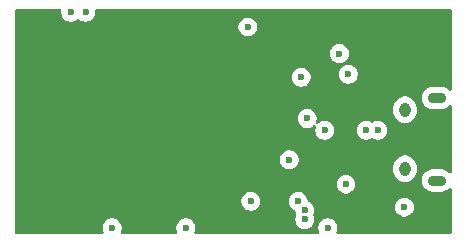
<source format=gbr>
%TF.GenerationSoftware,KiCad,Pcbnew,9.0.1*%
%TF.CreationDate,2025-05-26T16:43:25+02:00*%
%TF.ProjectId,Janus HW,4a616e75-7320-4485-972e-6b696361645f,rev?*%
%TF.SameCoordinates,Original*%
%TF.FileFunction,Copper,L2,Inr*%
%TF.FilePolarity,Positive*%
%FSLAX46Y46*%
G04 Gerber Fmt 4.6, Leading zero omitted, Abs format (unit mm)*
G04 Created by KiCad (PCBNEW 9.0.1) date 2025-05-26 16:43:25*
%MOMM*%
%LPD*%
G01*
G04 APERTURE LIST*
%TA.AperFunction,HeatsinkPad*%
%ADD10O,1.550000X0.890000*%
%TD*%
%TA.AperFunction,HeatsinkPad*%
%ADD11O,0.950000X1.250000*%
%TD*%
%TA.AperFunction,ViaPad*%
%ADD12C,0.600000*%
%TD*%
G04 APERTURE END LIST*
D10*
%TO.N,GND*%
%TO.C,J1*%
X202500000Y-64000000D03*
D11*
X199800000Y-65000000D03*
X199800000Y-70000000D03*
D10*
X202500000Y-71000000D03*
%TD*%
D12*
%TO.N,+3.3V*%
X196250000Y-62750000D03*
%TO.N,GND*%
X195000000Y-62000000D03*
X194250000Y-60250000D03*
X191000000Y-62250000D03*
%TO.N,Net-(J1-D-)*%
X197500000Y-66750000D03*
%TO.N,Net-(J1-D+)*%
X196500000Y-66750000D03*
%TO.N,GND*%
X191508630Y-65743806D03*
%TO.N,+5V*%
X193000000Y-66750000D03*
%TO.N,GND*%
X199750000Y-73250000D03*
%TO.N,SPI_NSS*%
X193250000Y-75000000D03*
%TO.N,SPI_SCK*%
X190750000Y-72750000D03*
%TO.N,SPI_DIO0*%
X190000000Y-69250000D03*
%TO.N,+3.3V*%
X179250000Y-56750000D03*
%TO.N,GND*%
X194805000Y-71305000D03*
X194805000Y-71305000D03*
X181250000Y-75000000D03*
X175000000Y-75000000D03*
X186750000Y-72750000D03*
X186500000Y-58000000D03*
X172750000Y-56750000D03*
X171500000Y-56750000D03*
%TO.N,+3.3V*%
X177750000Y-75000000D03*
X176750000Y-75000000D03*
%TO.N,SPI_MISO*%
X191305000Y-73500000D03*
%TO.N,SPI_MOSI*%
X191305000Y-74300003D03*
%TO.N,+3.3V*%
X198555000Y-72000000D03*
X195055000Y-75000000D03*
X198250000Y-68100000D03*
%TD*%
%TA.AperFunction,Conductor*%
%TO.N,+3.3V*%
G36*
X170649390Y-56520185D02*
G01*
X170695145Y-56572989D01*
X170705089Y-56642147D01*
X170703969Y-56648690D01*
X170699500Y-56671158D01*
X170699500Y-56828846D01*
X170730261Y-56983489D01*
X170730264Y-56983501D01*
X170790602Y-57129172D01*
X170790609Y-57129185D01*
X170878210Y-57260288D01*
X170878213Y-57260292D01*
X170989707Y-57371786D01*
X170989711Y-57371789D01*
X171120814Y-57459390D01*
X171120827Y-57459397D01*
X171194013Y-57489711D01*
X171266503Y-57519737D01*
X171421153Y-57550499D01*
X171421156Y-57550500D01*
X171421158Y-57550500D01*
X171578844Y-57550500D01*
X171578845Y-57550499D01*
X171733497Y-57519737D01*
X171879179Y-57459394D01*
X172010289Y-57371789D01*
X172010292Y-57371786D01*
X172037319Y-57344760D01*
X172098642Y-57311275D01*
X172168334Y-57316259D01*
X172212681Y-57344760D01*
X172239707Y-57371786D01*
X172239711Y-57371789D01*
X172370814Y-57459390D01*
X172370827Y-57459397D01*
X172444013Y-57489711D01*
X172516503Y-57519737D01*
X172671153Y-57550499D01*
X172671156Y-57550500D01*
X172671158Y-57550500D01*
X172828844Y-57550500D01*
X172828845Y-57550499D01*
X172983497Y-57519737D01*
X173129179Y-57459394D01*
X173260289Y-57371789D01*
X173371789Y-57260289D01*
X173459394Y-57129179D01*
X173519737Y-56983497D01*
X173550500Y-56828842D01*
X173550500Y-56671158D01*
X173546031Y-56648690D01*
X173552260Y-56579099D01*
X173595123Y-56523922D01*
X173661013Y-56500678D01*
X173667649Y-56500500D01*
X203625500Y-56500500D01*
X203692539Y-56520185D01*
X203738294Y-56572989D01*
X203749500Y-56624500D01*
X203749500Y-63282998D01*
X203729815Y-63350037D01*
X203677011Y-63395792D01*
X203607853Y-63405736D01*
X203544297Y-63376711D01*
X203537819Y-63370679D01*
X203432724Y-63265584D01*
X203432716Y-63265578D01*
X203277864Y-63162109D01*
X203105792Y-63090835D01*
X203105784Y-63090833D01*
X202923127Y-63054500D01*
X202923124Y-63054500D01*
X202076876Y-63054500D01*
X202076873Y-63054500D01*
X201894215Y-63090833D01*
X201894207Y-63090835D01*
X201722136Y-63162109D01*
X201722135Y-63162109D01*
X201567283Y-63265578D01*
X201567275Y-63265584D01*
X201435584Y-63397275D01*
X201435578Y-63397283D01*
X201332109Y-63552135D01*
X201332109Y-63552136D01*
X201260835Y-63724207D01*
X201260833Y-63724215D01*
X201224500Y-63906871D01*
X201224500Y-64093128D01*
X201260833Y-64275784D01*
X201260835Y-64275792D01*
X201332109Y-64447863D01*
X201332109Y-64447864D01*
X201435578Y-64602716D01*
X201435584Y-64602724D01*
X201567275Y-64734415D01*
X201567283Y-64734421D01*
X201722135Y-64837890D01*
X201772534Y-64858766D01*
X201894208Y-64909165D01*
X202065846Y-64943306D01*
X202076871Y-64945499D01*
X202076874Y-64945500D01*
X202076876Y-64945500D01*
X202923126Y-64945500D01*
X202923127Y-64945499D01*
X203105792Y-64909165D01*
X203277862Y-64837891D01*
X203277863Y-64837890D01*
X203277864Y-64837890D01*
X203403531Y-64753922D01*
X203432721Y-64734418D01*
X203458983Y-64708156D01*
X203537819Y-64629321D01*
X203599142Y-64595836D01*
X203668834Y-64600820D01*
X203724767Y-64642692D01*
X203749184Y-64708156D01*
X203749500Y-64717002D01*
X203749500Y-70282998D01*
X203729815Y-70350037D01*
X203677011Y-70395792D01*
X203607853Y-70405736D01*
X203544297Y-70376711D01*
X203537819Y-70370679D01*
X203432724Y-70265584D01*
X203432716Y-70265578D01*
X203277864Y-70162109D01*
X203105792Y-70090835D01*
X203105784Y-70090833D01*
X202923127Y-70054500D01*
X202923124Y-70054500D01*
X202076876Y-70054500D01*
X202076873Y-70054500D01*
X201894215Y-70090833D01*
X201894207Y-70090835D01*
X201722136Y-70162109D01*
X201722135Y-70162109D01*
X201567283Y-70265578D01*
X201567275Y-70265584D01*
X201435584Y-70397275D01*
X201435578Y-70397283D01*
X201332109Y-70552135D01*
X201332109Y-70552136D01*
X201260835Y-70724207D01*
X201260833Y-70724215D01*
X201224500Y-70906871D01*
X201224500Y-71093128D01*
X201260833Y-71275784D01*
X201260835Y-71275792D01*
X201332109Y-71447863D01*
X201332109Y-71447864D01*
X201435578Y-71602716D01*
X201435584Y-71602724D01*
X201567275Y-71734415D01*
X201567283Y-71734421D01*
X201722135Y-71837890D01*
X201772534Y-71858766D01*
X201894208Y-71909165D01*
X202076871Y-71945499D01*
X202076874Y-71945500D01*
X202076876Y-71945500D01*
X202923126Y-71945500D01*
X202923127Y-71945499D01*
X203105792Y-71909165D01*
X203277862Y-71837891D01*
X203277863Y-71837890D01*
X203277864Y-71837890D01*
X203354772Y-71786501D01*
X203432721Y-71734418D01*
X203482967Y-71684172D01*
X203537819Y-71629321D01*
X203599142Y-71595836D01*
X203668834Y-71600820D01*
X203724767Y-71642692D01*
X203749184Y-71708156D01*
X203749500Y-71717002D01*
X203749500Y-75375500D01*
X203729815Y-75442539D01*
X203677011Y-75488294D01*
X203625500Y-75499500D01*
X194095134Y-75499500D01*
X194028095Y-75479815D01*
X193982340Y-75427011D01*
X193972396Y-75357853D01*
X193980573Y-75328047D01*
X194019737Y-75233497D01*
X194050500Y-75078842D01*
X194050500Y-74921158D01*
X194050500Y-74921155D01*
X194050499Y-74921153D01*
X194019738Y-74766510D01*
X194019737Y-74766503D01*
X194019735Y-74766498D01*
X193959397Y-74620827D01*
X193959390Y-74620814D01*
X193871789Y-74489711D01*
X193871786Y-74489707D01*
X193760292Y-74378213D01*
X193760288Y-74378210D01*
X193629185Y-74290609D01*
X193629172Y-74290602D01*
X193483501Y-74230264D01*
X193483489Y-74230261D01*
X193328845Y-74199500D01*
X193328842Y-74199500D01*
X193171158Y-74199500D01*
X193171155Y-74199500D01*
X193016510Y-74230261D01*
X193016498Y-74230264D01*
X192870827Y-74290602D01*
X192870814Y-74290609D01*
X192739711Y-74378210D01*
X192739707Y-74378213D01*
X192628213Y-74489707D01*
X192628210Y-74489711D01*
X192540609Y-74620814D01*
X192540602Y-74620827D01*
X192480264Y-74766498D01*
X192480261Y-74766510D01*
X192449500Y-74921153D01*
X192449500Y-75078846D01*
X192480261Y-75233489D01*
X192480263Y-75233497D01*
X192519427Y-75328047D01*
X192526896Y-75397517D01*
X192495621Y-75459996D01*
X192435532Y-75495648D01*
X192404866Y-75499500D01*
X182095134Y-75499500D01*
X182028095Y-75479815D01*
X181982340Y-75427011D01*
X181972396Y-75357853D01*
X181980573Y-75328047D01*
X182019737Y-75233497D01*
X182050500Y-75078842D01*
X182050500Y-74921158D01*
X182050500Y-74921155D01*
X182050499Y-74921153D01*
X182019738Y-74766510D01*
X182019737Y-74766503D01*
X182019735Y-74766498D01*
X181959397Y-74620827D01*
X181959390Y-74620814D01*
X181871789Y-74489711D01*
X181871786Y-74489707D01*
X181760292Y-74378213D01*
X181760288Y-74378210D01*
X181629185Y-74290609D01*
X181629172Y-74290602D01*
X181483501Y-74230264D01*
X181483489Y-74230261D01*
X181328845Y-74199500D01*
X181328842Y-74199500D01*
X181171158Y-74199500D01*
X181171155Y-74199500D01*
X181016510Y-74230261D01*
X181016498Y-74230264D01*
X180870827Y-74290602D01*
X180870814Y-74290609D01*
X180739711Y-74378210D01*
X180739707Y-74378213D01*
X180628213Y-74489707D01*
X180628210Y-74489711D01*
X180540609Y-74620814D01*
X180540602Y-74620827D01*
X180480264Y-74766498D01*
X180480261Y-74766510D01*
X180449500Y-74921153D01*
X180449500Y-75078846D01*
X180480261Y-75233489D01*
X180480263Y-75233497D01*
X180519427Y-75328047D01*
X180526896Y-75397517D01*
X180495621Y-75459996D01*
X180435532Y-75495648D01*
X180404866Y-75499500D01*
X175845134Y-75499500D01*
X175778095Y-75479815D01*
X175732340Y-75427011D01*
X175722396Y-75357853D01*
X175730573Y-75328047D01*
X175769737Y-75233497D01*
X175800500Y-75078842D01*
X175800500Y-74921158D01*
X175800500Y-74921155D01*
X175800499Y-74921153D01*
X175769738Y-74766510D01*
X175769737Y-74766503D01*
X175769735Y-74766498D01*
X175709397Y-74620827D01*
X175709390Y-74620814D01*
X175621789Y-74489711D01*
X175621786Y-74489707D01*
X175510292Y-74378213D01*
X175510288Y-74378210D01*
X175379185Y-74290609D01*
X175379172Y-74290602D01*
X175233501Y-74230264D01*
X175233489Y-74230261D01*
X175078845Y-74199500D01*
X175078842Y-74199500D01*
X174921158Y-74199500D01*
X174921155Y-74199500D01*
X174766510Y-74230261D01*
X174766498Y-74230264D01*
X174620827Y-74290602D01*
X174620814Y-74290609D01*
X174489711Y-74378210D01*
X174489707Y-74378213D01*
X174378213Y-74489707D01*
X174378210Y-74489711D01*
X174290609Y-74620814D01*
X174290602Y-74620827D01*
X174230264Y-74766498D01*
X174230261Y-74766510D01*
X174199500Y-74921153D01*
X174199500Y-75078846D01*
X174230261Y-75233489D01*
X174230263Y-75233497D01*
X174269427Y-75328047D01*
X174276896Y-75397517D01*
X174245621Y-75459996D01*
X174185532Y-75495648D01*
X174154866Y-75499500D01*
X166874500Y-75499500D01*
X166807461Y-75479815D01*
X166761706Y-75427011D01*
X166750500Y-75375500D01*
X166750500Y-72671153D01*
X185949500Y-72671153D01*
X185949500Y-72828846D01*
X185980261Y-72983489D01*
X185980264Y-72983501D01*
X186040602Y-73129172D01*
X186040609Y-73129185D01*
X186128210Y-73260288D01*
X186128213Y-73260292D01*
X186239707Y-73371786D01*
X186239711Y-73371789D01*
X186370814Y-73459390D01*
X186370827Y-73459397D01*
X186429373Y-73483647D01*
X186516503Y-73519737D01*
X186671153Y-73550499D01*
X186671156Y-73550500D01*
X186671158Y-73550500D01*
X186828844Y-73550500D01*
X186828845Y-73550499D01*
X186983497Y-73519737D01*
X187129179Y-73459394D01*
X187260289Y-73371789D01*
X187371789Y-73260289D01*
X187459394Y-73129179D01*
X187462854Y-73120827D01*
X187473067Y-73096166D01*
X187519737Y-72983497D01*
X187550500Y-72828842D01*
X187550500Y-72671158D01*
X187550500Y-72671155D01*
X187550499Y-72671153D01*
X189949500Y-72671153D01*
X189949500Y-72828846D01*
X189980261Y-72983489D01*
X189980264Y-72983501D01*
X190040602Y-73129172D01*
X190040609Y-73129185D01*
X190128210Y-73260288D01*
X190128213Y-73260292D01*
X190239707Y-73371786D01*
X190239711Y-73371789D01*
X190370817Y-73459392D01*
X190370819Y-73459392D01*
X190370821Y-73459394D01*
X190429374Y-73483647D01*
X190483778Y-73527487D01*
X190503539Y-73574016D01*
X190535261Y-73733491D01*
X190535264Y-73733501D01*
X190584575Y-73852549D01*
X190592044Y-73922018D01*
X190584575Y-73947453D01*
X190535264Y-74066501D01*
X190535261Y-74066513D01*
X190504500Y-74221156D01*
X190504500Y-74378849D01*
X190535261Y-74533492D01*
X190535264Y-74533504D01*
X190595602Y-74679175D01*
X190595609Y-74679188D01*
X190683210Y-74810291D01*
X190683213Y-74810295D01*
X190794707Y-74921789D01*
X190794711Y-74921792D01*
X190925814Y-75009393D01*
X190925827Y-75009400D01*
X191071498Y-75069738D01*
X191071503Y-75069740D01*
X191226153Y-75100502D01*
X191226156Y-75100503D01*
X191226158Y-75100503D01*
X191383844Y-75100503D01*
X191383845Y-75100502D01*
X191538497Y-75069740D01*
X191684179Y-75009397D01*
X191815289Y-74921792D01*
X191926789Y-74810292D01*
X192014394Y-74679182D01*
X192074737Y-74533500D01*
X192105500Y-74378845D01*
X192105500Y-74221161D01*
X192105500Y-74221158D01*
X192105499Y-74221156D01*
X192074738Y-74066513D01*
X192074737Y-74066506D01*
X192025423Y-73947452D01*
X192017955Y-73877984D01*
X192025424Y-73852549D01*
X192074737Y-73733497D01*
X192105500Y-73578842D01*
X192105500Y-73421158D01*
X192105500Y-73421155D01*
X192105499Y-73421153D01*
X192074738Y-73266510D01*
X192074737Y-73266503D01*
X192035242Y-73171153D01*
X198949500Y-73171153D01*
X198949500Y-73328846D01*
X198980261Y-73483489D01*
X198980264Y-73483501D01*
X199040602Y-73629172D01*
X199040609Y-73629185D01*
X199128210Y-73760288D01*
X199128213Y-73760292D01*
X199239707Y-73871786D01*
X199239711Y-73871789D01*
X199370814Y-73959390D01*
X199370827Y-73959397D01*
X199516498Y-74019735D01*
X199516503Y-74019737D01*
X199671153Y-74050499D01*
X199671156Y-74050500D01*
X199671158Y-74050500D01*
X199828844Y-74050500D01*
X199828845Y-74050499D01*
X199983497Y-74019737D01*
X200129179Y-73959394D01*
X200260289Y-73871789D01*
X200371789Y-73760289D01*
X200459394Y-73629179D01*
X200519737Y-73483497D01*
X200550500Y-73328842D01*
X200550500Y-73171158D01*
X200550500Y-73171155D01*
X200550499Y-73171153D01*
X200519738Y-73016510D01*
X200519737Y-73016503D01*
X200519735Y-73016498D01*
X200459397Y-72870827D01*
X200459390Y-72870814D01*
X200371789Y-72739711D01*
X200371786Y-72739707D01*
X200260292Y-72628213D01*
X200260288Y-72628210D01*
X200129185Y-72540609D01*
X200129172Y-72540602D01*
X199983501Y-72480264D01*
X199983489Y-72480261D01*
X199828845Y-72449500D01*
X199828842Y-72449500D01*
X199671158Y-72449500D01*
X199671155Y-72449500D01*
X199516510Y-72480261D01*
X199516498Y-72480264D01*
X199370827Y-72540602D01*
X199370814Y-72540609D01*
X199239711Y-72628210D01*
X199239707Y-72628213D01*
X199128213Y-72739707D01*
X199128210Y-72739711D01*
X199040609Y-72870814D01*
X199040602Y-72870827D01*
X198980264Y-73016498D01*
X198980261Y-73016510D01*
X198949500Y-73171153D01*
X192035242Y-73171153D01*
X192034933Y-73170408D01*
X192014397Y-73120827D01*
X192014390Y-73120814D01*
X191926789Y-72989711D01*
X191926786Y-72989707D01*
X191815292Y-72878213D01*
X191815288Y-72878210D01*
X191684185Y-72790609D01*
X191684179Y-72790606D01*
X191625623Y-72766351D01*
X191571220Y-72722509D01*
X191551460Y-72675981D01*
X191524531Y-72540606D01*
X191519737Y-72516503D01*
X191519735Y-72516498D01*
X191459397Y-72370827D01*
X191459390Y-72370814D01*
X191371789Y-72239711D01*
X191371786Y-72239707D01*
X191260292Y-72128213D01*
X191260288Y-72128210D01*
X191129185Y-72040609D01*
X191129172Y-72040602D01*
X190983501Y-71980264D01*
X190983489Y-71980261D01*
X190828845Y-71949500D01*
X190828842Y-71949500D01*
X190671158Y-71949500D01*
X190671155Y-71949500D01*
X190516510Y-71980261D01*
X190516498Y-71980264D01*
X190370827Y-72040602D01*
X190370814Y-72040609D01*
X190239711Y-72128210D01*
X190239707Y-72128213D01*
X190128213Y-72239707D01*
X190128210Y-72239711D01*
X190040609Y-72370814D01*
X190040602Y-72370827D01*
X189980264Y-72516498D01*
X189980261Y-72516510D01*
X189949500Y-72671153D01*
X187550499Y-72671153D01*
X187524531Y-72540606D01*
X187519737Y-72516503D01*
X187519735Y-72516498D01*
X187459397Y-72370827D01*
X187459390Y-72370814D01*
X187371789Y-72239711D01*
X187371786Y-72239707D01*
X187260292Y-72128213D01*
X187260288Y-72128210D01*
X187129185Y-72040609D01*
X187129172Y-72040602D01*
X186983501Y-71980264D01*
X186983489Y-71980261D01*
X186828845Y-71949500D01*
X186828842Y-71949500D01*
X186671158Y-71949500D01*
X186671155Y-71949500D01*
X186516510Y-71980261D01*
X186516498Y-71980264D01*
X186370827Y-72040602D01*
X186370814Y-72040609D01*
X186239711Y-72128210D01*
X186239707Y-72128213D01*
X186128213Y-72239707D01*
X186128210Y-72239711D01*
X186040609Y-72370814D01*
X186040602Y-72370827D01*
X185980264Y-72516498D01*
X185980261Y-72516510D01*
X185949500Y-72671153D01*
X166750500Y-72671153D01*
X166750500Y-71226153D01*
X194004500Y-71226153D01*
X194004500Y-71383846D01*
X194035261Y-71538489D01*
X194035264Y-71538501D01*
X194095602Y-71684172D01*
X194095609Y-71684185D01*
X194183210Y-71815288D01*
X194183213Y-71815292D01*
X194294707Y-71926786D01*
X194294711Y-71926789D01*
X194425814Y-72014390D01*
X194425827Y-72014397D01*
X194571498Y-72074735D01*
X194571503Y-72074737D01*
X194726153Y-72105499D01*
X194726156Y-72105500D01*
X194726158Y-72105500D01*
X194883844Y-72105500D01*
X194883845Y-72105499D01*
X195038497Y-72074737D01*
X195184179Y-72014394D01*
X195315289Y-71926789D01*
X195426789Y-71815289D01*
X195514394Y-71684179D01*
X195574737Y-71538497D01*
X195605500Y-71383842D01*
X195605500Y-71226158D01*
X195605500Y-71226155D01*
X195605499Y-71226153D01*
X195605038Y-71223834D01*
X195574737Y-71071503D01*
X195551116Y-71014477D01*
X195514397Y-70925827D01*
X195514390Y-70925814D01*
X195426789Y-70794711D01*
X195426786Y-70794707D01*
X195315292Y-70683213D01*
X195315288Y-70683210D01*
X195184185Y-70595609D01*
X195184172Y-70595602D01*
X195038501Y-70535264D01*
X195038489Y-70535261D01*
X194883845Y-70504500D01*
X194883842Y-70504500D01*
X194726158Y-70504500D01*
X194726155Y-70504500D01*
X194571510Y-70535261D01*
X194571498Y-70535264D01*
X194425827Y-70595602D01*
X194425814Y-70595609D01*
X194294711Y-70683210D01*
X194294707Y-70683213D01*
X194183213Y-70794707D01*
X194183210Y-70794711D01*
X194095609Y-70925814D01*
X194095602Y-70925827D01*
X194035264Y-71071498D01*
X194035261Y-71071510D01*
X194004500Y-71226153D01*
X166750500Y-71226153D01*
X166750500Y-69171153D01*
X189199500Y-69171153D01*
X189199500Y-69328846D01*
X189230261Y-69483489D01*
X189230264Y-69483501D01*
X189290602Y-69629172D01*
X189290609Y-69629185D01*
X189378210Y-69760288D01*
X189378213Y-69760292D01*
X189489707Y-69871786D01*
X189489711Y-69871789D01*
X189620814Y-69959390D01*
X189620827Y-69959397D01*
X189766498Y-70019735D01*
X189766503Y-70019737D01*
X189921153Y-70050499D01*
X189921156Y-70050500D01*
X189921158Y-70050500D01*
X190078844Y-70050500D01*
X190078845Y-70050499D01*
X190233497Y-70019737D01*
X190379179Y-69959394D01*
X190510289Y-69871789D01*
X190621789Y-69760289D01*
X190626047Y-69753917D01*
X198824500Y-69753917D01*
X198824500Y-70246082D01*
X198861986Y-70434535D01*
X198861989Y-70434547D01*
X198935520Y-70612068D01*
X198935521Y-70612070D01*
X199042279Y-70771844D01*
X199042282Y-70771848D01*
X199178151Y-70907717D01*
X199178155Y-70907720D01*
X199337927Y-71014477D01*
X199337928Y-71014477D01*
X199337929Y-71014478D01*
X199337931Y-71014479D01*
X199475617Y-71071510D01*
X199515457Y-71088012D01*
X199703917Y-71125499D01*
X199703920Y-71125500D01*
X199703922Y-71125500D01*
X199896080Y-71125500D01*
X199896081Y-71125499D01*
X200084543Y-71088012D01*
X200262073Y-71014477D01*
X200421845Y-70907720D01*
X200557720Y-70771845D01*
X200664477Y-70612073D01*
X200738012Y-70434543D01*
X200775500Y-70246078D01*
X200775500Y-69753922D01*
X200775500Y-69753919D01*
X200775499Y-69753917D01*
X200750687Y-69629179D01*
X200738012Y-69565457D01*
X200664477Y-69387927D01*
X200557720Y-69228155D01*
X200557717Y-69228151D01*
X200421848Y-69092282D01*
X200421844Y-69092279D01*
X200262070Y-68985521D01*
X200262068Y-68985520D01*
X200084547Y-68911989D01*
X200084535Y-68911986D01*
X199896081Y-68874500D01*
X199896078Y-68874500D01*
X199703922Y-68874500D01*
X199703919Y-68874500D01*
X199515464Y-68911986D01*
X199515452Y-68911989D01*
X199337931Y-68985520D01*
X199337929Y-68985521D01*
X199178155Y-69092279D01*
X199178151Y-69092282D01*
X199042282Y-69228151D01*
X199042279Y-69228155D01*
X198935521Y-69387929D01*
X198935520Y-69387931D01*
X198861989Y-69565452D01*
X198861986Y-69565464D01*
X198824500Y-69753917D01*
X190626047Y-69753917D01*
X190650282Y-69717645D01*
X190676146Y-69678939D01*
X190709390Y-69629185D01*
X190709390Y-69629184D01*
X190709394Y-69629179D01*
X190769737Y-69483497D01*
X190800500Y-69328842D01*
X190800500Y-69171158D01*
X190800500Y-69171155D01*
X190800499Y-69171153D01*
X190769738Y-69016510D01*
X190769737Y-69016503D01*
X190756904Y-68985520D01*
X190709397Y-68870827D01*
X190709390Y-68870814D01*
X190621789Y-68739711D01*
X190621786Y-68739707D01*
X190510292Y-68628213D01*
X190510288Y-68628210D01*
X190379185Y-68540609D01*
X190379172Y-68540602D01*
X190233501Y-68480264D01*
X190233489Y-68480261D01*
X190078845Y-68449500D01*
X190078842Y-68449500D01*
X189921158Y-68449500D01*
X189921155Y-68449500D01*
X189766510Y-68480261D01*
X189766498Y-68480264D01*
X189620827Y-68540602D01*
X189620814Y-68540609D01*
X189489711Y-68628210D01*
X189489707Y-68628213D01*
X189378213Y-68739707D01*
X189378210Y-68739711D01*
X189290609Y-68870814D01*
X189290602Y-68870827D01*
X189230264Y-69016498D01*
X189230261Y-69016510D01*
X189199500Y-69171153D01*
X166750500Y-69171153D01*
X166750500Y-65664959D01*
X190708130Y-65664959D01*
X190708130Y-65822652D01*
X190738891Y-65977295D01*
X190738894Y-65977307D01*
X190799232Y-66122978D01*
X190799239Y-66122991D01*
X190886840Y-66254094D01*
X190886843Y-66254098D01*
X190998337Y-66365592D01*
X190998341Y-66365595D01*
X191129444Y-66453196D01*
X191129457Y-66453203D01*
X191275128Y-66513541D01*
X191275133Y-66513543D01*
X191429783Y-66544305D01*
X191429786Y-66544306D01*
X191429788Y-66544306D01*
X191587474Y-66544306D01*
X191587475Y-66544305D01*
X191742127Y-66513543D01*
X191887809Y-66453200D01*
X192018919Y-66365595D01*
X192045610Y-66338903D01*
X192106931Y-66305419D01*
X192176623Y-66310403D01*
X192232557Y-66352273D01*
X192256975Y-66417737D01*
X192247853Y-66474036D01*
X192230263Y-66516503D01*
X192230261Y-66516510D01*
X192199500Y-66671153D01*
X192199500Y-66828846D01*
X192230261Y-66983489D01*
X192230264Y-66983501D01*
X192290602Y-67129172D01*
X192290609Y-67129185D01*
X192378210Y-67260288D01*
X192378213Y-67260292D01*
X192489707Y-67371786D01*
X192489711Y-67371789D01*
X192620814Y-67459390D01*
X192620827Y-67459397D01*
X192766498Y-67519735D01*
X192766503Y-67519737D01*
X192921153Y-67550499D01*
X192921156Y-67550500D01*
X192921158Y-67550500D01*
X193078844Y-67550500D01*
X193078845Y-67550499D01*
X193233497Y-67519737D01*
X193379179Y-67459394D01*
X193510289Y-67371789D01*
X193621789Y-67260289D01*
X193709394Y-67129179D01*
X193769737Y-66983497D01*
X193800500Y-66828842D01*
X193800500Y-66671158D01*
X193800500Y-66671155D01*
X193800499Y-66671153D01*
X195699500Y-66671153D01*
X195699500Y-66828846D01*
X195730261Y-66983489D01*
X195730264Y-66983501D01*
X195790602Y-67129172D01*
X195790609Y-67129185D01*
X195878210Y-67260288D01*
X195878213Y-67260292D01*
X195989707Y-67371786D01*
X195989711Y-67371789D01*
X196120814Y-67459390D01*
X196120827Y-67459397D01*
X196266498Y-67519735D01*
X196266503Y-67519737D01*
X196421153Y-67550499D01*
X196421156Y-67550500D01*
X196421158Y-67550500D01*
X196578844Y-67550500D01*
X196578845Y-67550499D01*
X196733497Y-67519737D01*
X196879179Y-67459394D01*
X196931110Y-67424694D01*
X196997785Y-67403816D01*
X197065165Y-67422300D01*
X197068863Y-67424676D01*
X197120821Y-67459394D01*
X197120823Y-67459395D01*
X197120825Y-67459396D01*
X197266498Y-67519735D01*
X197266503Y-67519737D01*
X197421153Y-67550499D01*
X197421156Y-67550500D01*
X197421158Y-67550500D01*
X197578844Y-67550500D01*
X197578845Y-67550499D01*
X197733497Y-67519737D01*
X197879179Y-67459394D01*
X198010289Y-67371789D01*
X198121789Y-67260289D01*
X198209394Y-67129179D01*
X198269737Y-66983497D01*
X198300500Y-66828842D01*
X198300500Y-66671158D01*
X198300500Y-66671155D01*
X198300499Y-66671153D01*
X198269738Y-66516510D01*
X198269737Y-66516503D01*
X198252147Y-66474036D01*
X198209397Y-66370827D01*
X198209390Y-66370814D01*
X198121789Y-66239711D01*
X198121786Y-66239707D01*
X198010292Y-66128213D01*
X198010288Y-66128210D01*
X197879185Y-66040609D01*
X197879172Y-66040602D01*
X197733501Y-65980264D01*
X197733489Y-65980261D01*
X197578845Y-65949500D01*
X197578842Y-65949500D01*
X197421158Y-65949500D01*
X197421155Y-65949500D01*
X197266510Y-65980261D01*
X197266498Y-65980264D01*
X197120827Y-66040602D01*
X197120814Y-66040609D01*
X197068891Y-66075304D01*
X197002214Y-66096182D01*
X196934833Y-66077698D01*
X196931109Y-66075304D01*
X196879185Y-66040609D01*
X196879172Y-66040602D01*
X196733501Y-65980264D01*
X196733489Y-65980261D01*
X196578845Y-65949500D01*
X196578842Y-65949500D01*
X196421158Y-65949500D01*
X196421155Y-65949500D01*
X196266510Y-65980261D01*
X196266498Y-65980264D01*
X196120827Y-66040602D01*
X196120814Y-66040609D01*
X195989711Y-66128210D01*
X195989707Y-66128213D01*
X195878213Y-66239707D01*
X195878210Y-66239711D01*
X195790609Y-66370814D01*
X195790602Y-66370827D01*
X195730264Y-66516498D01*
X195730261Y-66516510D01*
X195699500Y-66671153D01*
X193800499Y-66671153D01*
X193769738Y-66516510D01*
X193769737Y-66516503D01*
X193752147Y-66474036D01*
X193709397Y-66370827D01*
X193709390Y-66370814D01*
X193621789Y-66239711D01*
X193621786Y-66239707D01*
X193510292Y-66128213D01*
X193510288Y-66128210D01*
X193379185Y-66040609D01*
X193379172Y-66040602D01*
X193233501Y-65980264D01*
X193233489Y-65980261D01*
X193078845Y-65949500D01*
X193078842Y-65949500D01*
X192921158Y-65949500D01*
X192921155Y-65949500D01*
X192766510Y-65980261D01*
X192766498Y-65980264D01*
X192620827Y-66040602D01*
X192620814Y-66040609D01*
X192489711Y-66128210D01*
X192463018Y-66154903D01*
X192401694Y-66188387D01*
X192332003Y-66183401D01*
X192276070Y-66141529D01*
X192251654Y-66076064D01*
X192260776Y-66019771D01*
X192278367Y-65977303D01*
X192309130Y-65822648D01*
X192309130Y-65664964D01*
X192309130Y-65664961D01*
X192309129Y-65664959D01*
X192278368Y-65510316D01*
X192278367Y-65510309D01*
X192246981Y-65434535D01*
X192218027Y-65364633D01*
X192218020Y-65364620D01*
X192130419Y-65233517D01*
X192130416Y-65233513D01*
X192018922Y-65122019D01*
X192018918Y-65122016D01*
X191887815Y-65034415D01*
X191887802Y-65034408D01*
X191742131Y-64974070D01*
X191742119Y-64974067D01*
X191587475Y-64943306D01*
X191587472Y-64943306D01*
X191429788Y-64943306D01*
X191429785Y-64943306D01*
X191275140Y-64974067D01*
X191275128Y-64974070D01*
X191129457Y-65034408D01*
X191129444Y-65034415D01*
X190998341Y-65122016D01*
X190998337Y-65122019D01*
X190886843Y-65233513D01*
X190886840Y-65233517D01*
X190799239Y-65364620D01*
X190799232Y-65364633D01*
X190738894Y-65510304D01*
X190738891Y-65510316D01*
X190708130Y-65664959D01*
X166750500Y-65664959D01*
X166750500Y-64753917D01*
X198824500Y-64753917D01*
X198824500Y-65246082D01*
X198861986Y-65434535D01*
X198861989Y-65434547D01*
X198935520Y-65612068D01*
X198935521Y-65612070D01*
X199042279Y-65771844D01*
X199042282Y-65771848D01*
X199178151Y-65907717D01*
X199178155Y-65907720D01*
X199337927Y-66014477D01*
X199337928Y-66014477D01*
X199337929Y-66014478D01*
X199337931Y-66014479D01*
X199515452Y-66088010D01*
X199515457Y-66088012D01*
X199703917Y-66125499D01*
X199703920Y-66125500D01*
X199703922Y-66125500D01*
X199896080Y-66125500D01*
X199896081Y-66125499D01*
X200084543Y-66088012D01*
X200262073Y-66014477D01*
X200421845Y-65907720D01*
X200557720Y-65771845D01*
X200664477Y-65612073D01*
X200738012Y-65434543D01*
X200775500Y-65246078D01*
X200775500Y-64753922D01*
X200775500Y-64753919D01*
X200775499Y-64753917D01*
X200768156Y-64717002D01*
X200738012Y-64565457D01*
X200664477Y-64387927D01*
X200557720Y-64228155D01*
X200557717Y-64228151D01*
X200421848Y-64092282D01*
X200421844Y-64092279D01*
X200262070Y-63985521D01*
X200262068Y-63985520D01*
X200084547Y-63911989D01*
X200084535Y-63911986D01*
X199896081Y-63874500D01*
X199896078Y-63874500D01*
X199703922Y-63874500D01*
X199703919Y-63874500D01*
X199515464Y-63911986D01*
X199515452Y-63911989D01*
X199337931Y-63985520D01*
X199337929Y-63985521D01*
X199178155Y-64092279D01*
X199178151Y-64092282D01*
X199042282Y-64228151D01*
X199042279Y-64228155D01*
X198935521Y-64387929D01*
X198935520Y-64387931D01*
X198861989Y-64565452D01*
X198861986Y-64565464D01*
X198824500Y-64753917D01*
X166750500Y-64753917D01*
X166750500Y-62171153D01*
X190199500Y-62171153D01*
X190199500Y-62328846D01*
X190230261Y-62483489D01*
X190230264Y-62483501D01*
X190290602Y-62629172D01*
X190290609Y-62629185D01*
X190378210Y-62760288D01*
X190378213Y-62760292D01*
X190489707Y-62871786D01*
X190489711Y-62871789D01*
X190620814Y-62959390D01*
X190620827Y-62959397D01*
X190766498Y-63019735D01*
X190766503Y-63019737D01*
X190921153Y-63050499D01*
X190921156Y-63050500D01*
X190921158Y-63050500D01*
X191078844Y-63050500D01*
X191078845Y-63050499D01*
X191233497Y-63019737D01*
X191379179Y-62959394D01*
X191510289Y-62871789D01*
X191621789Y-62760289D01*
X191709394Y-62629179D01*
X191769737Y-62483497D01*
X191800500Y-62328842D01*
X191800500Y-62171158D01*
X191800500Y-62171155D01*
X191800499Y-62171153D01*
X191769738Y-62016510D01*
X191769737Y-62016503D01*
X191730242Y-61921153D01*
X194199500Y-61921153D01*
X194199500Y-62078846D01*
X194230261Y-62233489D01*
X194230264Y-62233501D01*
X194290602Y-62379172D01*
X194290609Y-62379185D01*
X194378210Y-62510288D01*
X194378213Y-62510292D01*
X194489707Y-62621786D01*
X194489711Y-62621789D01*
X194620814Y-62709390D01*
X194620827Y-62709397D01*
X194766498Y-62769735D01*
X194766503Y-62769737D01*
X194921153Y-62800499D01*
X194921156Y-62800500D01*
X194921158Y-62800500D01*
X195078844Y-62800500D01*
X195078845Y-62800499D01*
X195233497Y-62769737D01*
X195379179Y-62709394D01*
X195510289Y-62621789D01*
X195621789Y-62510289D01*
X195709394Y-62379179D01*
X195769737Y-62233497D01*
X195800500Y-62078842D01*
X195800500Y-61921158D01*
X195800500Y-61921155D01*
X195800499Y-61921153D01*
X195769738Y-61766510D01*
X195769737Y-61766503D01*
X195769735Y-61766498D01*
X195709397Y-61620827D01*
X195709390Y-61620814D01*
X195621789Y-61489711D01*
X195621786Y-61489707D01*
X195510292Y-61378213D01*
X195510288Y-61378210D01*
X195379185Y-61290609D01*
X195379172Y-61290602D01*
X195233501Y-61230264D01*
X195233489Y-61230261D01*
X195078845Y-61199500D01*
X195078842Y-61199500D01*
X194921158Y-61199500D01*
X194921155Y-61199500D01*
X194766510Y-61230261D01*
X194766498Y-61230264D01*
X194620827Y-61290602D01*
X194620814Y-61290609D01*
X194489711Y-61378210D01*
X194489707Y-61378213D01*
X194378213Y-61489707D01*
X194378210Y-61489711D01*
X194290609Y-61620814D01*
X194290602Y-61620827D01*
X194230264Y-61766498D01*
X194230261Y-61766510D01*
X194199500Y-61921153D01*
X191730242Y-61921153D01*
X191729933Y-61920408D01*
X191709397Y-61870827D01*
X191709390Y-61870814D01*
X191621789Y-61739711D01*
X191621786Y-61739707D01*
X191510292Y-61628213D01*
X191510288Y-61628210D01*
X191379185Y-61540609D01*
X191379172Y-61540602D01*
X191233501Y-61480264D01*
X191233489Y-61480261D01*
X191078845Y-61449500D01*
X191078842Y-61449500D01*
X190921158Y-61449500D01*
X190921155Y-61449500D01*
X190766510Y-61480261D01*
X190766498Y-61480264D01*
X190620827Y-61540602D01*
X190620814Y-61540609D01*
X190489711Y-61628210D01*
X190489707Y-61628213D01*
X190378213Y-61739707D01*
X190378210Y-61739711D01*
X190290609Y-61870814D01*
X190290602Y-61870827D01*
X190230264Y-62016498D01*
X190230261Y-62016510D01*
X190199500Y-62171153D01*
X166750500Y-62171153D01*
X166750500Y-60171153D01*
X193449500Y-60171153D01*
X193449500Y-60328846D01*
X193480261Y-60483489D01*
X193480264Y-60483501D01*
X193540602Y-60629172D01*
X193540609Y-60629185D01*
X193628210Y-60760288D01*
X193628213Y-60760292D01*
X193739707Y-60871786D01*
X193739711Y-60871789D01*
X193870814Y-60959390D01*
X193870827Y-60959397D01*
X194016498Y-61019735D01*
X194016503Y-61019737D01*
X194171153Y-61050499D01*
X194171156Y-61050500D01*
X194171158Y-61050500D01*
X194328844Y-61050500D01*
X194328845Y-61050499D01*
X194483497Y-61019737D01*
X194629179Y-60959394D01*
X194760289Y-60871789D01*
X194871789Y-60760289D01*
X194959394Y-60629179D01*
X195019737Y-60483497D01*
X195050500Y-60328842D01*
X195050500Y-60171158D01*
X195050500Y-60171155D01*
X195050499Y-60171153D01*
X195019738Y-60016510D01*
X195019737Y-60016503D01*
X195019735Y-60016498D01*
X194959397Y-59870827D01*
X194959390Y-59870814D01*
X194871789Y-59739711D01*
X194871786Y-59739707D01*
X194760292Y-59628213D01*
X194760288Y-59628210D01*
X194629185Y-59540609D01*
X194629172Y-59540602D01*
X194483501Y-59480264D01*
X194483489Y-59480261D01*
X194328845Y-59449500D01*
X194328842Y-59449500D01*
X194171158Y-59449500D01*
X194171155Y-59449500D01*
X194016510Y-59480261D01*
X194016498Y-59480264D01*
X193870827Y-59540602D01*
X193870814Y-59540609D01*
X193739711Y-59628210D01*
X193739707Y-59628213D01*
X193628213Y-59739707D01*
X193628210Y-59739711D01*
X193540609Y-59870814D01*
X193540602Y-59870827D01*
X193480264Y-60016498D01*
X193480261Y-60016510D01*
X193449500Y-60171153D01*
X166750500Y-60171153D01*
X166750500Y-57921153D01*
X185699500Y-57921153D01*
X185699500Y-58078846D01*
X185730261Y-58233489D01*
X185730264Y-58233501D01*
X185790602Y-58379172D01*
X185790609Y-58379185D01*
X185878210Y-58510288D01*
X185878213Y-58510292D01*
X185989707Y-58621786D01*
X185989711Y-58621789D01*
X186120814Y-58709390D01*
X186120827Y-58709397D01*
X186266498Y-58769735D01*
X186266503Y-58769737D01*
X186421153Y-58800499D01*
X186421156Y-58800500D01*
X186421158Y-58800500D01*
X186578844Y-58800500D01*
X186578845Y-58800499D01*
X186733497Y-58769737D01*
X186879179Y-58709394D01*
X187010289Y-58621789D01*
X187121789Y-58510289D01*
X187209394Y-58379179D01*
X187269737Y-58233497D01*
X187300500Y-58078842D01*
X187300500Y-57921158D01*
X187300500Y-57921155D01*
X187300499Y-57921153D01*
X187269738Y-57766510D01*
X187269737Y-57766503D01*
X187269735Y-57766498D01*
X187209397Y-57620827D01*
X187209390Y-57620814D01*
X187121789Y-57489711D01*
X187121786Y-57489707D01*
X187010292Y-57378213D01*
X187010288Y-57378210D01*
X186879185Y-57290609D01*
X186879172Y-57290602D01*
X186733501Y-57230264D01*
X186733489Y-57230261D01*
X186578845Y-57199500D01*
X186578842Y-57199500D01*
X186421158Y-57199500D01*
X186421155Y-57199500D01*
X186266510Y-57230261D01*
X186266498Y-57230264D01*
X186120827Y-57290602D01*
X186120814Y-57290609D01*
X185989711Y-57378210D01*
X185989707Y-57378213D01*
X185878213Y-57489707D01*
X185878210Y-57489711D01*
X185790609Y-57620814D01*
X185790602Y-57620827D01*
X185730264Y-57766498D01*
X185730261Y-57766510D01*
X185699500Y-57921153D01*
X166750500Y-57921153D01*
X166750500Y-56624500D01*
X166770185Y-56557461D01*
X166822989Y-56511706D01*
X166874500Y-56500500D01*
X170582351Y-56500500D01*
X170649390Y-56520185D01*
G37*
%TD.AperFunction*%
%TD*%
M02*

</source>
